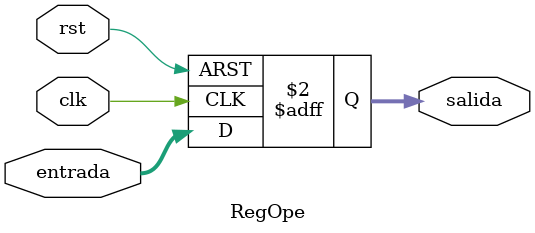
<source format=v>
`timescale 1ns / 1ps
module RegOpe #(parameter N = 23)(

		input wire clk,rst, 
		input wire [N-1:0] entrada, 
		output reg [N-1:0] salida 
    );
	 


always@(posedge clk, posedge rst)

	if(rst)
		salida <= 0; 
	else
		salida <= entrada; 
		
endmodule

</source>
